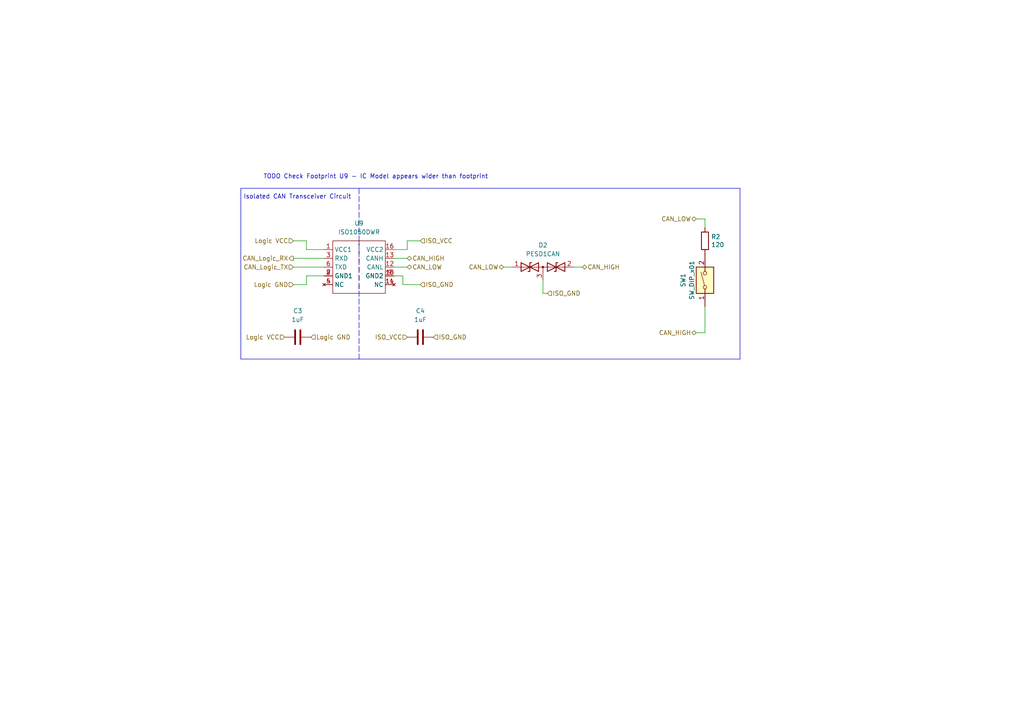
<source format=kicad_sch>
(kicad_sch
	(version 20250114)
	(generator "eeschema")
	(generator_version "9.0")
	(uuid "64cfd16e-df4a-4270-a756-25dcca607543")
	(paper "A4")
	(title_block
		(title "BMS Comms Master Board")
		(date "2025-05-21")
		(rev "0.1")
		(company "eChook")
	)
	(lib_symbols
		(symbol "Device:C"
			(pin_numbers
				(hide yes)
			)
			(pin_names
				(offset 0.254)
			)
			(exclude_from_sim no)
			(in_bom yes)
			(on_board yes)
			(property "Reference" "C"
				(at 0.635 2.54 0)
				(effects
					(font
						(size 1.27 1.27)
					)
					(justify left)
				)
			)
			(property "Value" "C"
				(at 0.635 -2.54 0)
				(effects
					(font
						(size 1.27 1.27)
					)
					(justify left)
				)
			)
			(property "Footprint" ""
				(at 0.9652 -3.81 0)
				(effects
					(font
						(size 1.27 1.27)
					)
					(hide yes)
				)
			)
			(property "Datasheet" "~"
				(at 0 0 0)
				(effects
					(font
						(size 1.27 1.27)
					)
					(hide yes)
				)
			)
			(property "Description" "Unpolarized capacitor"
				(at 0 0 0)
				(effects
					(font
						(size 1.27 1.27)
					)
					(hide yes)
				)
			)
			(property "ki_keywords" "cap capacitor"
				(at 0 0 0)
				(effects
					(font
						(size 1.27 1.27)
					)
					(hide yes)
				)
			)
			(property "ki_fp_filters" "C_*"
				(at 0 0 0)
				(effects
					(font
						(size 1.27 1.27)
					)
					(hide yes)
				)
			)
			(symbol "C_0_1"
				(polyline
					(pts
						(xy -2.032 0.762) (xy 2.032 0.762)
					)
					(stroke
						(width 0.508)
						(type default)
					)
					(fill
						(type none)
					)
				)
				(polyline
					(pts
						(xy -2.032 -0.762) (xy 2.032 -0.762)
					)
					(stroke
						(width 0.508)
						(type default)
					)
					(fill
						(type none)
					)
				)
			)
			(symbol "C_1_1"
				(pin passive line
					(at 0 3.81 270)
					(length 2.794)
					(name "~"
						(effects
							(font
								(size 1.27 1.27)
							)
						)
					)
					(number "1"
						(effects
							(font
								(size 1.27 1.27)
							)
						)
					)
				)
				(pin passive line
					(at 0 -3.81 90)
					(length 2.794)
					(name "~"
						(effects
							(font
								(size 1.27 1.27)
							)
						)
					)
					(number "2"
						(effects
							(font
								(size 1.27 1.27)
							)
						)
					)
				)
			)
			(embedded_fonts no)
		)
		(symbol "Device:D_TVS_Dual_AAC"
			(pin_names
				(offset 1.016)
				(hide yes)
			)
			(exclude_from_sim no)
			(in_bom yes)
			(on_board yes)
			(property "Reference" "D"
				(at 0 4.445 0)
				(effects
					(font
						(size 1.27 1.27)
					)
				)
			)
			(property "Value" "D_TVS_Dual_AAC"
				(at 0 2.54 0)
				(effects
					(font
						(size 1.27 1.27)
					)
				)
			)
			(property "Footprint" ""
				(at -3.81 0 0)
				(effects
					(font
						(size 1.27 1.27)
					)
					(hide yes)
				)
			)
			(property "Datasheet" "~"
				(at -3.81 0 0)
				(effects
					(font
						(size 1.27 1.27)
					)
					(hide yes)
				)
			)
			(property "Description" "Bidirectional dual transient-voltage-suppression diode, center on pin 3"
				(at 0 0 0)
				(effects
					(font
						(size 1.27 1.27)
					)
					(hide yes)
				)
			)
			(property "ki_keywords" "diode TVS thyrector"
				(at 0 0 0)
				(effects
					(font
						(size 1.27 1.27)
					)
					(hide yes)
				)
			)
			(symbol "D_TVS_Dual_AAC_0_0"
				(polyline
					(pts
						(xy 0 -1.27) (xy 0 0)
					)
					(stroke
						(width 0)
						(type default)
					)
					(fill
						(type none)
					)
				)
			)
			(symbol "D_TVS_Dual_AAC_0_1"
				(polyline
					(pts
						(xy -6.35 1.27) (xy -1.27 -1.27) (xy -1.27 1.27) (xy -6.35 -1.27) (xy -6.35 1.27)
					)
					(stroke
						(width 0.254)
						(type default)
					)
					(fill
						(type none)
					)
				)
				(polyline
					(pts
						(xy -6.35 0) (xy 6.35 0)
					)
					(stroke
						(width 0)
						(type default)
					)
					(fill
						(type none)
					)
				)
				(polyline
					(pts
						(xy -3.302 1.27) (xy -3.81 1.27) (xy -3.81 -1.27) (xy -4.318 -1.27)
					)
					(stroke
						(width 0.254)
						(type default)
					)
					(fill
						(type none)
					)
				)
				(circle
					(center 0 0)
					(radius 0.254)
					(stroke
						(width 0)
						(type default)
					)
					(fill
						(type outline)
					)
				)
				(polyline
					(pts
						(xy 4.318 1.27) (xy 3.81 1.27) (xy 3.81 -1.27) (xy 3.302 -1.27)
					)
					(stroke
						(width 0.254)
						(type default)
					)
					(fill
						(type none)
					)
				)
				(polyline
					(pts
						(xy 6.35 1.27) (xy 1.27 -1.27) (xy 1.27 1.27) (xy 6.35 -1.27) (xy 6.35 1.27)
					)
					(stroke
						(width 0.254)
						(type default)
					)
					(fill
						(type none)
					)
				)
			)
			(symbol "D_TVS_Dual_AAC_1_1"
				(pin passive line
					(at -8.89 0 0)
					(length 2.54)
					(name "A1"
						(effects
							(font
								(size 1.27 1.27)
							)
						)
					)
					(number "1"
						(effects
							(font
								(size 1.27 1.27)
							)
						)
					)
				)
				(pin passive line
					(at 0 -3.81 90)
					(length 2.54)
					(name "common"
						(effects
							(font
								(size 1.27 1.27)
							)
						)
					)
					(number "3"
						(effects
							(font
								(size 1.27 1.27)
							)
						)
					)
				)
				(pin passive line
					(at 8.89 0 180)
					(length 2.54)
					(name "A2"
						(effects
							(font
								(size 1.27 1.27)
							)
						)
					)
					(number "2"
						(effects
							(font
								(size 1.27 1.27)
							)
						)
					)
				)
			)
			(embedded_fonts no)
		)
		(symbol "Device:R"
			(pin_numbers
				(hide yes)
			)
			(pin_names
				(offset 0)
			)
			(exclude_from_sim no)
			(in_bom yes)
			(on_board yes)
			(property "Reference" "R"
				(at 2.032 0 90)
				(effects
					(font
						(size 1.27 1.27)
					)
				)
			)
			(property "Value" "R"
				(at 0 0 90)
				(effects
					(font
						(size 1.27 1.27)
					)
				)
			)
			(property "Footprint" ""
				(at -1.778 0 90)
				(effects
					(font
						(size 1.27 1.27)
					)
					(hide yes)
				)
			)
			(property "Datasheet" "~"
				(at 0 0 0)
				(effects
					(font
						(size 1.27 1.27)
					)
					(hide yes)
				)
			)
			(property "Description" "Resistor"
				(at 0 0 0)
				(effects
					(font
						(size 1.27 1.27)
					)
					(hide yes)
				)
			)
			(property "ki_keywords" "R res resistor"
				(at 0 0 0)
				(effects
					(font
						(size 1.27 1.27)
					)
					(hide yes)
				)
			)
			(property "ki_fp_filters" "R_*"
				(at 0 0 0)
				(effects
					(font
						(size 1.27 1.27)
					)
					(hide yes)
				)
			)
			(symbol "R_0_1"
				(rectangle
					(start -1.016 -2.54)
					(end 1.016 2.54)
					(stroke
						(width 0.254)
						(type default)
					)
					(fill
						(type none)
					)
				)
			)
			(symbol "R_1_1"
				(pin passive line
					(at 0 3.81 270)
					(length 1.27)
					(name "~"
						(effects
							(font
								(size 1.27 1.27)
							)
						)
					)
					(number "1"
						(effects
							(font
								(size 1.27 1.27)
							)
						)
					)
				)
				(pin passive line
					(at 0 -3.81 90)
					(length 1.27)
					(name "~"
						(effects
							(font
								(size 1.27 1.27)
							)
						)
					)
					(number "2"
						(effects
							(font
								(size 1.27 1.27)
							)
						)
					)
				)
			)
			(embedded_fonts no)
		)
		(symbol "Switch:SW_DIP_x01"
			(pin_names
				(offset 0)
				(hide yes)
			)
			(exclude_from_sim no)
			(in_bom yes)
			(on_board yes)
			(property "Reference" "SW"
				(at 0 3.81 0)
				(effects
					(font
						(size 1.27 1.27)
					)
				)
			)
			(property "Value" "SW_DIP_x01"
				(at 0 -3.81 0)
				(effects
					(font
						(size 1.27 1.27)
					)
				)
			)
			(property "Footprint" ""
				(at 0 0 0)
				(effects
					(font
						(size 1.27 1.27)
					)
					(hide yes)
				)
			)
			(property "Datasheet" "~"
				(at 0 0 0)
				(effects
					(font
						(size 1.27 1.27)
					)
					(hide yes)
				)
			)
			(property "Description" "1x DIP Switch, Single Pole Single Throw (SPST) switch, small symbol"
				(at 0 0 0)
				(effects
					(font
						(size 1.27 1.27)
					)
					(hide yes)
				)
			)
			(property "ki_keywords" "dip switch"
				(at 0 0 0)
				(effects
					(font
						(size 1.27 1.27)
					)
					(hide yes)
				)
			)
			(property "ki_fp_filters" "SW?DIP?x1*"
				(at 0 0 0)
				(effects
					(font
						(size 1.27 1.27)
					)
					(hide yes)
				)
			)
			(symbol "SW_DIP_x01_0_0"
				(circle
					(center -2.032 0)
					(radius 0.508)
					(stroke
						(width 0)
						(type default)
					)
					(fill
						(type none)
					)
				)
				(polyline
					(pts
						(xy -1.524 0.127) (xy 2.3622 1.1684)
					)
					(stroke
						(width 0)
						(type default)
					)
					(fill
						(type none)
					)
				)
				(circle
					(center 2.032 0)
					(radius 0.508)
					(stroke
						(width 0)
						(type default)
					)
					(fill
						(type none)
					)
				)
			)
			(symbol "SW_DIP_x01_0_1"
				(rectangle
					(start -3.81 2.54)
					(end 3.81 -2.54)
					(stroke
						(width 0.254)
						(type default)
					)
					(fill
						(type background)
					)
				)
			)
			(symbol "SW_DIP_x01_1_1"
				(pin passive line
					(at -7.62 0 0)
					(length 5.08)
					(name "~"
						(effects
							(font
								(size 1.27 1.27)
							)
						)
					)
					(number "1"
						(effects
							(font
								(size 1.27 1.27)
							)
						)
					)
				)
				(pin passive line
					(at 7.62 0 180)
					(length 5.08)
					(name "~"
						(effects
							(font
								(size 1.27 1.27)
							)
						)
					)
					(number "2"
						(effects
							(font
								(size 1.27 1.27)
							)
						)
					)
				)
			)
			(embedded_fonts no)
		)
		(symbol "user:ISO1050DWR"
			(exclude_from_sim no)
			(in_bom yes)
			(on_board yes)
			(property "Reference" "U"
				(at -6.35 6.35 0)
				(effects
					(font
						(size 1.27 1.27)
					)
				)
			)
			(property "Value" "ISO1050DWR"
				(at 2.54 6.35 0)
				(effects
					(font
						(size 1.27 1.27)
					)
				)
			)
			(property "Footprint" "Package_SO:SOP-16_4.55x10.3mm_P1.27mm"
				(at 0 -12.192 0)
				(effects
					(font
						(size 1.27 1.27)
						(italic yes)
					)
					(hide yes)
				)
			)
			(property "Datasheet" "https://www.ti.com/lit/ds/symlink/iso1050.pdf"
				(at -1.27 10.668 0)
				(effects
					(font
						(size 1.27 1.27)
					)
					(hide yes)
				)
			)
			(property "Description" "Isolated CAN Transceiver, SOP-16"
				(at -1.524 8.636 0)
				(effects
					(font
						(size 1.27 1.27)
					)
					(hide yes)
				)
			)
			(property "ki_keywords" "CAN Isolated"
				(at 0 0 0)
				(effects
					(font
						(size 1.27 1.27)
					)
					(hide yes)
				)
			)
			(property "ki_fp_filters" "SOP*6.62x9.15mm*P2.54mm*"
				(at 0 0 0)
				(effects
					(font
						(size 1.27 1.27)
					)
					(hide yes)
				)
			)
			(symbol "ISO1050DWR_0_1"
				(polyline
					(pts
						(xy 0 5.08) (xy 0 3.81)
					)
					(stroke
						(width 0)
						(type default)
					)
					(fill
						(type none)
					)
				)
				(polyline
					(pts
						(xy 0 2.54) (xy 0 1.27)
					)
					(stroke
						(width 0)
						(type default)
					)
					(fill
						(type none)
					)
				)
				(polyline
					(pts
						(xy 0 0) (xy 0 -1.27)
					)
					(stroke
						(width 0)
						(type default)
					)
					(fill
						(type none)
					)
				)
				(polyline
					(pts
						(xy 0 -2.54) (xy 0 -3.81)
					)
					(stroke
						(width 0)
						(type default)
					)
					(fill
						(type none)
					)
				)
				(polyline
					(pts
						(xy 0 -5.08) (xy 0 -6.35)
					)
					(stroke
						(width 0)
						(type default)
					)
					(fill
						(type none)
					)
				)
				(polyline
					(pts
						(xy 0 -7.62) (xy 0 -8.89)
					)
					(stroke
						(width 0)
						(type default)
					)
					(fill
						(type none)
					)
				)
			)
			(symbol "ISO1050DWR_1_1"
				(rectangle
					(start -7.62 5.08)
					(end 7.62 -10.16)
					(stroke
						(width 0)
						(type default)
					)
					(fill
						(type none)
					)
				)
				(pin power_in line
					(at -10.16 2.54 0)
					(length 2.54)
					(name "VCC1"
						(effects
							(font
								(size 1.27 1.27)
							)
						)
					)
					(number "1"
						(effects
							(font
								(size 1.27 1.27)
							)
						)
					)
				)
				(pin output line
					(at -10.16 0 0)
					(length 2.54)
					(name "RXD"
						(effects
							(font
								(size 1.27 1.27)
							)
						)
					)
					(number "3"
						(effects
							(font
								(size 1.27 1.27)
							)
						)
					)
				)
				(pin input line
					(at -10.16 -2.54 0)
					(length 2.54)
					(name "TXD"
						(effects
							(font
								(size 1.27 1.27)
							)
						)
					)
					(number "6"
						(effects
							(font
								(size 1.27 1.27)
							)
						)
					)
				)
				(pin power_in line
					(at -10.16 -5.08 0)
					(length 2.54)
					(name "GND1"
						(effects
							(font
								(size 1.27 1.27)
							)
						)
					)
					(number "2"
						(effects
							(font
								(size 1.27 1.27)
							)
						)
					)
				)
				(pin power_in line
					(at -10.16 -5.08 0)
					(length 2.54)
					(name "GND1"
						(effects
							(font
								(size 1.27 1.27)
							)
						)
					)
					(number "7"
						(effects
							(font
								(size 1.27 1.27)
							)
						)
					)
				)
				(pin power_in line
					(at -10.16 -5.08 0)
					(length 2.54)
					(name "GND1"
						(effects
							(font
								(size 1.27 1.27)
							)
						)
					)
					(number "8"
						(effects
							(font
								(size 1.27 1.27)
							)
						)
					)
				)
				(pin no_connect line
					(at -10.16 -7.62 0)
					(length 2.54)
					(name "NC"
						(effects
							(font
								(size 1.27 1.27)
							)
						)
					)
					(number "4"
						(effects
							(font
								(size 1.27 1.27)
							)
						)
					)
				)
				(pin no_connect line
					(at -10.16 -7.62 0)
					(length 2.54)
					(name "NC"
						(effects
							(font
								(size 1.27 1.27)
							)
						)
					)
					(number "5"
						(effects
							(font
								(size 1.27 1.27)
							)
						)
					)
				)
				(pin power_in line
					(at 10.16 2.54 180)
					(length 2.54)
					(name "VCC2"
						(effects
							(font
								(size 1.27 1.27)
							)
						)
					)
					(number "16"
						(effects
							(font
								(size 1.27 1.27)
							)
						)
					)
				)
				(pin bidirectional line
					(at 10.16 0 180)
					(length 2.54)
					(name "CANH"
						(effects
							(font
								(size 1.27 1.27)
							)
						)
					)
					(number "13"
						(effects
							(font
								(size 1.27 1.27)
							)
						)
					)
				)
				(pin bidirectional line
					(at 10.16 -2.54 180)
					(length 2.54)
					(name "CANL"
						(effects
							(font
								(size 1.27 1.27)
							)
						)
					)
					(number "12"
						(effects
							(font
								(size 1.27 1.27)
							)
						)
					)
				)
				(pin power_in line
					(at 10.16 -5.08 180)
					(length 2.54)
					(name "GND2"
						(effects
							(font
								(size 1.27 1.27)
							)
						)
					)
					(number "10"
						(effects
							(font
								(size 1.27 1.27)
							)
						)
					)
				)
				(pin power_in line
					(at 10.16 -5.08 180)
					(length 2.54)
					(name "GND2"
						(effects
							(font
								(size 1.27 1.27)
							)
						)
					)
					(number "15"
						(effects
							(font
								(size 1.27 1.27)
							)
						)
					)
				)
				(pin power_in line
					(at 10.16 -5.08 180)
					(length 2.54)
					(name "GND2"
						(effects
							(font
								(size 1.27 1.27)
							)
						)
					)
					(number "9"
						(effects
							(font
								(size 1.27 1.27)
							)
						)
					)
				)
				(pin no_connect line
					(at 10.16 -7.62 180)
					(length 2.54)
					(name "NC"
						(effects
							(font
								(size 1.27 1.27)
							)
						)
					)
					(number "11"
						(effects
							(font
								(size 1.27 1.27)
							)
						)
					)
				)
				(pin no_connect line
					(at 10.16 -7.62 180)
					(length 2.54)
					(name "NC"
						(effects
							(font
								(size 1.27 1.27)
							)
						)
					)
					(number "14"
						(effects
							(font
								(size 1.27 1.27)
							)
						)
					)
				)
			)
			(embedded_fonts no)
		)
	)
	(text "TODO Check Footprint U9 - IC Model appears wider than footprint"
		(exclude_from_sim no)
		(at 108.966 51.308 0)
		(effects
			(font
				(size 1.27 1.27)
			)
		)
		(uuid "4977665e-1eb1-4dc4-a9b8-d16dcc3bc9c0")
	)
	(text "Isolated CAN Transceiver Circuit"
		(exclude_from_sim no)
		(at 70.612 57.912 0)
		(effects
			(font
				(size 1.27 1.27)
			)
			(justify left bottom)
		)
		(uuid "6570feb2-c783-4ea3-b623-5f25254137de")
	)
	(wire
		(pts
			(xy 121.92 82.55) (xy 116.84 82.55)
		)
		(stroke
			(width 0)
			(type default)
		)
		(uuid "07ec0f8e-adb5-46b0-977e-757a7fda0bbb")
	)
	(polyline
		(pts
			(xy 69.85 54.61) (xy 214.63 54.61)
		)
		(stroke
			(width 0)
			(type default)
		)
		(uuid "1c849129-7deb-4e80-b983-e23a91e66bc0")
	)
	(wire
		(pts
			(xy 118.11 69.85) (xy 121.92 69.85)
		)
		(stroke
			(width 0)
			(type default)
		)
		(uuid "2f5d539b-e3ac-44e1-a27a-eee44ab63f74")
	)
	(wire
		(pts
			(xy 158.75 85.09) (xy 157.48 85.09)
		)
		(stroke
			(width 0)
			(type default)
		)
		(uuid "3367d3c9-28dd-4080-9492-7a7e5a76ea69")
	)
	(wire
		(pts
			(xy 157.48 85.09) (xy 157.48 81.28)
		)
		(stroke
			(width 0)
			(type default)
		)
		(uuid "39e83974-1aff-4cdd-ae9f-3a8cc4e7a120")
	)
	(wire
		(pts
			(xy 204.47 88.9) (xy 204.47 96.52)
		)
		(stroke
			(width 0)
			(type default)
		)
		(uuid "40d3447e-e885-4056-a426-1186b4bf90e3")
	)
	(polyline
		(pts
			(xy 214.63 104.14) (xy 69.85 104.14)
		)
		(stroke
			(width 0)
			(type default)
		)
		(uuid "53048613-8782-4279-b261-a446ad2ecd15")
	)
	(wire
		(pts
			(xy 114.3 77.47) (xy 118.11 77.47)
		)
		(stroke
			(width 0)
			(type default)
		)
		(uuid "53f2a9eb-d74c-4e93-ba29-040d269b5902")
	)
	(wire
		(pts
			(xy 201.93 96.52) (xy 204.47 96.52)
		)
		(stroke
			(width 0)
			(type default)
		)
		(uuid "54b4533a-9ac8-4012-99c8-9d50c26a365f")
	)
	(wire
		(pts
			(xy 114.3 74.93) (xy 118.11 74.93)
		)
		(stroke
			(width 0)
			(type default)
		)
		(uuid "596a13ee-2cf8-484a-8c65-c3e26824ce9b")
	)
	(wire
		(pts
			(xy 166.37 77.47) (xy 168.91 77.47)
		)
		(stroke
			(width 0)
			(type default)
		)
		(uuid "5dc78f2a-82a0-48fa-89b1-a763565b6e71")
	)
	(wire
		(pts
			(xy 118.11 69.85) (xy 118.11 72.39)
		)
		(stroke
			(width 0)
			(type default)
		)
		(uuid "65d7ab42-cf8a-4d3d-8f19-473bf8341f74")
	)
	(wire
		(pts
			(xy 146.05 77.47) (xy 148.59 77.47)
		)
		(stroke
			(width 0)
			(type default)
		)
		(uuid "7c737a37-1668-49a6-8cc8-d0b4c5add3a0")
	)
	(wire
		(pts
			(xy 116.84 80.01) (xy 116.84 82.55)
		)
		(stroke
			(width 0)
			(type default)
		)
		(uuid "8d979ebf-3c29-4e32-97c6-44c8a791f9a9")
	)
	(wire
		(pts
			(xy 204.47 63.5) (xy 204.47 66.04)
		)
		(stroke
			(width 0)
			(type default)
		)
		(uuid "908cf097-cb19-4df7-9515-e8e4ae86bab3")
	)
	(wire
		(pts
			(xy 88.9 72.39) (xy 93.98 72.39)
		)
		(stroke
			(width 0)
			(type default)
		)
		(uuid "9d72679d-211a-4982-be7b-dbd714fd42d9")
	)
	(wire
		(pts
			(xy 88.9 80.01) (xy 93.98 80.01)
		)
		(stroke
			(width 0)
			(type default)
		)
		(uuid "a0d49e4c-49c8-45d0-8889-e592bcf1833d")
	)
	(polyline
		(pts
			(xy 104.14 54.61) (xy 104.14 104.14)
		)
		(stroke
			(width 0)
			(type dash)
		)
		(uuid "b798aa98-30c3-4c54-a4b8-2859f6bae374")
	)
	(wire
		(pts
			(xy 85.09 69.85) (xy 88.9 69.85)
		)
		(stroke
			(width 0)
			(type default)
		)
		(uuid "b9d375f4-ad07-4131-8f75-1eeb66c9f37e")
	)
	(wire
		(pts
			(xy 85.09 74.93) (xy 93.98 74.93)
		)
		(stroke
			(width 0)
			(type default)
		)
		(uuid "beb2a1a5-6703-4205-b8b9-9b6a10f39d4c")
	)
	(wire
		(pts
			(xy 85.09 77.47) (xy 93.98 77.47)
		)
		(stroke
			(width 0)
			(type default)
		)
		(uuid "c151834f-6d39-4f67-afa1-9a07ffb7c17a")
	)
	(wire
		(pts
			(xy 88.9 82.55) (xy 88.9 80.01)
		)
		(stroke
			(width 0)
			(type default)
		)
		(uuid "cda10dc0-c2c4-4aab-b073-fd7c1e31de27")
	)
	(polyline
		(pts
			(xy 214.63 54.61) (xy 214.63 104.14)
		)
		(stroke
			(width 0)
			(type default)
		)
		(uuid "ce7eda9d-43bd-47a8-805f-cf8b5dfc3a82")
	)
	(wire
		(pts
			(xy 116.84 80.01) (xy 114.3 80.01)
		)
		(stroke
			(width 0)
			(type default)
		)
		(uuid "cf5823db-5f77-453f-9c11-e6a1f1396efb")
	)
	(polyline
		(pts
			(xy 69.85 54.61) (xy 69.85 104.14)
		)
		(stroke
			(width 0)
			(type default)
		)
		(uuid "d41d4a26-46ba-4897-85d2-11f1a39871bd")
	)
	(wire
		(pts
			(xy 201.93 63.5) (xy 204.47 63.5)
		)
		(stroke
			(width 0)
			(type default)
		)
		(uuid "e429b3f3-c966-4e06-9ebf-0412d18d0696")
	)
	(wire
		(pts
			(xy 88.9 69.85) (xy 88.9 72.39)
		)
		(stroke
			(width 0)
			(type default)
		)
		(uuid "e48fa850-c422-4243-9936-2cd9129c520e")
	)
	(wire
		(pts
			(xy 85.09 82.55) (xy 88.9 82.55)
		)
		(stroke
			(width 0)
			(type default)
		)
		(uuid "e5353f99-ac75-47e7-9a0e-57ec554f1380")
	)
	(wire
		(pts
			(xy 118.11 72.39) (xy 114.3 72.39)
		)
		(stroke
			(width 0)
			(type default)
		)
		(uuid "e8e11bf5-53cb-4fb8-989f-b5ecea057003")
	)
	(hierarchical_label "Logic VCC"
		(shape input)
		(at 82.55 97.79 180)
		(effects
			(font
				(size 1.27 1.27)
			)
			(justify right)
		)
		(uuid "075a3f84-9229-478a-b627-3e9921be9529")
	)
	(hierarchical_label "Logic GND"
		(shape input)
		(at 85.09 82.55 180)
		(effects
			(font
				(size 1.27 1.27)
			)
			(justify right)
		)
		(uuid "10201d8e-d7fe-4a56-9e49-46d502bd4f76")
	)
	(hierarchical_label "CAN_HIGH"
		(shape bidirectional)
		(at 168.91 77.47 0)
		(effects
			(font
				(size 1.27 1.27)
			)
			(justify left)
		)
		(uuid "11910289-0d45-44ed-83d9-fe13721c8aeb")
	)
	(hierarchical_label "CAN_LOW"
		(shape bidirectional)
		(at 146.05 77.47 180)
		(effects
			(font
				(size 1.27 1.27)
			)
			(justify right)
		)
		(uuid "2e008e6e-4ef4-41a8-b2b0-283546b53ca8")
	)
	(hierarchical_label "CAN_HIGH"
		(shape bidirectional)
		(at 201.93 96.52 180)
		(effects
			(font
				(size 1.27 1.27)
			)
			(justify right)
		)
		(uuid "3319dbbf-72ab-4e33-8e74-8da83a51c244")
	)
	(hierarchical_label "Logic VCC"
		(shape input)
		(at 85.09 69.85 180)
		(effects
			(font
				(size 1.27 1.27)
			)
			(justify right)
		)
		(uuid "43a696d9-6dca-48ee-8865-cd62d4404166")
	)
	(hierarchical_label "CAN_LOW"
		(shape bidirectional)
		(at 201.93 63.5 180)
		(effects
			(font
				(size 1.27 1.27)
			)
			(justify right)
		)
		(uuid "44cc6ceb-0219-4865-8f5f-dad23e58b30d")
	)
	(hierarchical_label "ISO_GND"
		(shape input)
		(at 158.75 85.09 0)
		(effects
			(font
				(size 1.27 1.27)
			)
			(justify left)
		)
		(uuid "4a5fdb4e-004d-48e6-8a64-5188960f14ec")
	)
	(hierarchical_label "CAN_LOW"
		(shape bidirectional)
		(at 118.11 77.47 0)
		(effects
			(font
				(size 1.27 1.27)
			)
			(justify left)
		)
		(uuid "5a356342-f64b-44ad-8410-2b849cbab535")
	)
	(hierarchical_label "CAN_Logic_TX"
		(shape input)
		(at 85.09 77.47 180)
		(effects
			(font
				(size 1.27 1.27)
			)
			(justify right)
		)
		(uuid "5e1f10c3-c06f-403a-9ec1-ad133dadc036")
	)
	(hierarchical_label "ISO_GND"
		(shape input)
		(at 121.92 82.55 0)
		(effects
			(font
				(size 1.27 1.27)
			)
			(justify left)
		)
		(uuid "6983b8f2-bc1d-4e0c-810b-0540d7360fe9")
	)
	(hierarchical_label "ISO_VCC"
		(shape input)
		(at 121.92 69.85 0)
		(effects
			(font
				(size 1.27 1.27)
			)
			(justify left)
		)
		(uuid "91b6d92f-549d-4cd5-be2d-7072809a85a4")
	)
	(hierarchical_label "ISO_VCC"
		(shape input)
		(at 118.11 97.79 180)
		(effects
			(font
				(size 1.27 1.27)
			)
			(justify right)
		)
		(uuid "95a0feea-1e0c-4cb8-bfd2-781cf195b52c")
	)
	(hierarchical_label "ISO_GND"
		(shape input)
		(at 125.73 97.79 0)
		(effects
			(font
				(size 1.27 1.27)
			)
			(justify left)
		)
		(uuid "95ad46fe-5ca4-4ad4-a332-455c78563341")
	)
	(hierarchical_label "Logic GND"
		(shape input)
		(at 90.17 97.79 0)
		(effects
			(font
				(size 1.27 1.27)
			)
			(justify left)
		)
		(uuid "b556e78a-6162-42bd-8c2f-36f811be3c20")
	)
	(hierarchical_label "CAN_Logic_RX"
		(shape output)
		(at 85.09 74.93 180)
		(effects
			(font
				(size 1.27 1.27)
			)
			(justify right)
		)
		(uuid "c3079eea-ec18-4370-9b7c-4a8408c3d799")
	)
	(hierarchical_label "CAN_HIGH"
		(shape bidirectional)
		(at 118.11 74.93 0)
		(effects
			(font
				(size 1.27 1.27)
			)
			(justify left)
		)
		(uuid "ea82669a-cd14-44b7-80e9-d02cc328dca3")
	)
	(symbol
		(lib_id "Device:D_TVS_Dual_AAC")
		(at 157.48 77.47 0)
		(unit 1)
		(exclude_from_sim no)
		(in_bom yes)
		(on_board yes)
		(dnp no)
		(fields_autoplaced yes)
		(uuid "0a4bcc73-12bc-4c4d-865c-7afdbb5251a4")
		(property "Reference" "D2"
			(at 157.48 71.12 0)
			(effects
				(font
					(size 1.27 1.27)
				)
			)
		)
		(property "Value" "PESD1CAN"
			(at 157.48 73.66 0)
			(effects
				(font
					(size 1.27 1.27)
				)
			)
		)
		(property "Footprint" "Package_TO_SOT_SMD:SOT-23"
			(at 153.67 77.47 0)
			(effects
				(font
					(size 1.27 1.27)
				)
				(hide yes)
			)
		)
		(property "Datasheet" "https://www.lcsc.com/datasheet/lcsc_datasheet_2410121734_Nexperia-PESD1CAN-215_C15771.pdf"
			(at 153.67 77.47 0)
			(effects
				(font
					(size 1.27 1.27)
				)
				(hide yes)
			)
		)
		(property "Description" "Bidirectional dual transient-voltage-suppression diode, center on pin 3"
			(at 157.48 77.47 0)
			(effects
				(font
					(size 1.27 1.27)
				)
				(hide yes)
			)
		)
		(property "Manufacturer" "Nexperia"
			(at 157.48 77.47 0)
			(effects
				(font
					(size 1.27 1.27)
				)
				(hide yes)
			)
		)
		(property "LCSC" "C15771"
			(at 157.48 77.47 0)
			(effects
				(font
					(size 1.27 1.27)
				)
				(hide yes)
			)
		)
		(pin "2"
			(uuid "a1fd9bf9-5e05-4488-9724-52be44618b59")
		)
		(pin "3"
			(uuid "353253ec-00ef-435d-b73e-19ee109b3c9b")
		)
		(pin "1"
			(uuid "0a77e299-5249-4952-816a-042fb7992160")
		)
		(instances
			(project "BMS"
				(path "/d7e219ab-f530-45f5-8a23-0e6b6d2e3e0f/aff9ba91-cad3-4d4c-9149-201fa529c26c"
					(reference "D2")
					(unit 1)
				)
			)
		)
	)
	(symbol
		(lib_id "Switch:SW_DIP_x01")
		(at 204.47 81.28 90)
		(unit 1)
		(exclude_from_sim no)
		(in_bom yes)
		(on_board yes)
		(dnp no)
		(fields_autoplaced yes)
		(uuid "4688896c-43e2-4ae9-8185-9e9cd72bc6b6")
		(property "Reference" "SW1"
			(at 198.12 81.28 0)
			(effects
				(font
					(size 1.27 1.27)
				)
			)
		)
		(property "Value" "SW_DIP_x01"
			(at 200.66 81.28 0)
			(effects
				(font
					(size 1.27 1.27)
				)
			)
		)
		(property "Footprint" "Button_Switch_SMD:SW_DIP_SPSTx01_Slide_Copal_CHS-01B_W7.62mm_P1.27mm"
			(at 204.47 81.28 0)
			(effects
				(font
					(size 1.27 1.27)
				)
				(hide yes)
			)
		)
		(property "Datasheet" "~"
			(at 204.47 81.28 0)
			(effects
				(font
					(size 1.27 1.27)
				)
				(hide yes)
			)
		)
		(property "Description" ""
			(at 204.47 81.28 0)
			(effects
				(font
					(size 1.27 1.27)
				)
				(hide yes)
			)
		)
		(property "LCSC" "C5160893"
			(at 204.47 81.28 0)
			(effects
				(font
					(size 1.27 1.27)
				)
				(hide yes)
			)
		)
		(pin "1"
			(uuid "2dc5efe1-d3ed-4610-b128-b1a9fad365c4")
		)
		(pin "2"
			(uuid "d531f6f0-1071-4e39-bfb4-ae2796e0bc46")
		)
		(instances
			(project "BMS"
				(path "/d7e219ab-f530-45f5-8a23-0e6b6d2e3e0f/aff9ba91-cad3-4d4c-9149-201fa529c26c"
					(reference "SW1")
					(unit 1)
				)
			)
		)
	)
	(symbol
		(lib_id "Device:C")
		(at 121.92 97.79 270)
		(unit 1)
		(exclude_from_sim no)
		(in_bom yes)
		(on_board yes)
		(dnp no)
		(fields_autoplaced yes)
		(uuid "46a26a8b-f51e-449e-a215-795fe4998dc3")
		(property "Reference" "C4"
			(at 121.92 90.17 90)
			(effects
				(font
					(size 1.27 1.27)
				)
			)
		)
		(property "Value" "1uF"
			(at 121.92 92.71 90)
			(effects
				(font
					(size 1.27 1.27)
				)
			)
		)
		(property "Footprint" "Capacitor_SMD:C_0603_1608Metric"
			(at 118.11 98.7552 0)
			(effects
				(font
					(size 1.27 1.27)
				)
				(hide yes)
			)
		)
		(property "Datasheet" "~"
			(at 121.92 97.79 0)
			(effects
				(font
					(size 1.27 1.27)
				)
				(hide yes)
			)
		)
		(property "Description" ""
			(at 121.92 97.79 0)
			(effects
				(font
					(size 1.27 1.27)
				)
				(hide yes)
			)
		)
		(property "LCSC" "C15849"
			(at 121.92 97.79 0)
			(effects
				(font
					(size 1.27 1.27)
				)
				(hide yes)
			)
		)
		(pin "1"
			(uuid "3105a564-0243-4d3a-b37a-39500d933a0c")
		)
		(pin "2"
			(uuid "2e7ba0b0-8087-4c2c-a72d-ca6c80510f89")
		)
		(instances
			(project "BMS"
				(path "/d7e219ab-f530-45f5-8a23-0e6b6d2e3e0f/aff9ba91-cad3-4d4c-9149-201fa529c26c"
					(reference "C4")
					(unit 1)
				)
			)
		)
	)
	(symbol
		(lib_id "Device:C")
		(at 86.36 97.79 270)
		(unit 1)
		(exclude_from_sim no)
		(in_bom yes)
		(on_board yes)
		(dnp no)
		(fields_autoplaced yes)
		(uuid "b3511082-ad40-41fb-8e43-8b773116399a")
		(property "Reference" "C3"
			(at 86.36 90.17 90)
			(effects
				(font
					(size 1.27 1.27)
				)
			)
		)
		(property "Value" "1uF"
			(at 86.36 92.71 90)
			(effects
				(font
					(size 1.27 1.27)
				)
			)
		)
		(property "Footprint" "Capacitor_SMD:C_0603_1608Metric"
			(at 82.55 98.7552 0)
			(effects
				(font
					(size 1.27 1.27)
				)
				(hide yes)
			)
		)
		(property "Datasheet" "~"
			(at 86.36 97.79 0)
			(effects
				(font
					(size 1.27 1.27)
				)
				(hide yes)
			)
		)
		(property "Description" ""
			(at 86.36 97.79 0)
			(effects
				(font
					(size 1.27 1.27)
				)
				(hide yes)
			)
		)
		(property "LCSC" "C15849"
			(at 86.36 97.79 0)
			(effects
				(font
					(size 1.27 1.27)
				)
				(hide yes)
			)
		)
		(pin "1"
			(uuid "90f39cb6-b6d1-4fd7-a186-aab768685ac1")
		)
		(pin "2"
			(uuid "14cdb01b-e883-4e80-b3a4-ff311cb95e5b")
		)
		(instances
			(project "BMS"
				(path "/d7e219ab-f530-45f5-8a23-0e6b6d2e3e0f/aff9ba91-cad3-4d4c-9149-201fa529c26c"
					(reference "C3")
					(unit 1)
				)
			)
		)
	)
	(symbol
		(lib_id "Device:R")
		(at 204.47 69.85 0)
		(unit 1)
		(exclude_from_sim no)
		(in_bom yes)
		(on_board yes)
		(dnp no)
		(uuid "cf278756-e6cc-4c4c-8964-2890a5f93896")
		(property "Reference" "R2"
			(at 206.248 68.6816 0)
			(effects
				(font
					(size 1.27 1.27)
				)
				(justify left)
			)
		)
		(property "Value" "120"
			(at 206.248 70.993 0)
			(effects
				(font
					(size 1.27 1.27)
				)
				(justify left)
			)
		)
		(property "Footprint" "Resistor_SMD:R_0603_1608Metric"
			(at 202.692 69.85 90)
			(effects
				(font
					(size 1.27 1.27)
				)
				(hide yes)
			)
		)
		(property "Datasheet" "~"
			(at 204.47 69.85 0)
			(effects
				(font
					(size 1.27 1.27)
				)
				(hide yes)
			)
		)
		(property "Description" ""
			(at 204.47 69.85 0)
			(effects
				(font
					(size 1.27 1.27)
				)
				(hide yes)
			)
		)
		(property "LCSC" ""
			(at 204.47 69.85 0)
			(effects
				(font
					(size 1.27 1.27)
				)
				(hide yes)
			)
		)
		(pin "1"
			(uuid "09b1eb6a-be9a-4ab5-9f72-26b4048d4ab7")
		)
		(pin "2"
			(uuid "6d4a5306-3ff8-47af-89fd-083a57a16d09")
		)
		(instances
			(project "BMS"
				(path "/d7e219ab-f530-45f5-8a23-0e6b6d2e3e0f/aff9ba91-cad3-4d4c-9149-201fa529c26c"
					(reference "R2")
					(unit 1)
				)
			)
		)
	)
	(symbol
		(lib_id "user:ISO1050DWR")
		(at 104.14 74.93 0)
		(unit 1)
		(exclude_from_sim no)
		(in_bom yes)
		(on_board yes)
		(dnp no)
		(fields_autoplaced yes)
		(uuid "ef539c47-daab-4639-85a9-ed230abaf289")
		(property "Reference" "U9"
			(at 104.14 64.77 0)
			(effects
				(font
					(size 1.27 1.27)
				)
			)
		)
		(property "Value" "ISO1050DWR"
			(at 104.14 67.31 0)
			(effects
				(font
					(size 1.27 1.27)
				)
			)
		)
		(property "Footprint" "Package_SO:SOP-16_4.55x10.3mm_P1.27mm"
			(at 104.14 87.122 0)
			(effects
				(font
					(size 1.27 1.27)
					(italic yes)
				)
				(hide yes)
			)
		)
		(property "Datasheet" "https://www.ti.com/lit/ds/symlink/iso1050.pdf"
			(at 102.87 64.262 0)
			(effects
				(font
					(size 1.27 1.27)
				)
				(hide yes)
			)
		)
		(property "Description" "Isolated CAN Transceiver, SOP-16"
			(at 102.616 66.294 0)
			(effects
				(font
					(size 1.27 1.27)
				)
				(hide yes)
			)
		)
		(property "LCSC" "C93718"
			(at 104.14 74.93 0)
			(effects
				(font
					(size 1.27 1.27)
				)
				(hide yes)
			)
		)
		(pin "14"
			(uuid "68f0f5e0-2015-494b-bba4-6a84fd1ab517")
		)
		(pin "15"
			(uuid "eeba97ab-1382-4191-9716-e5f8e0747584")
		)
		(pin "9"
			(uuid "0c483812-c27e-45ed-a84f-a767b47be404")
		)
		(pin "11"
			(uuid "3092ba83-9d17-4de7-9843-f26a0ba490d7")
		)
		(pin "10"
			(uuid "44701cff-c3f7-4195-895e-c83f4d88ed33")
		)
		(pin "6"
			(uuid "500d4972-6ef3-4d43-a222-78bc2b232995")
		)
		(pin "5"
			(uuid "51a379b7-a187-464c-9374-52636d63dd1e")
		)
		(pin "12"
			(uuid "e4e218e2-f6ec-4ccb-946e-a329035af20e")
		)
		(pin "1"
			(uuid "609dc0f7-8f3f-4630-b4a1-aab6e581b54c")
		)
		(pin "3"
			(uuid "41ecbbf7-f693-4433-b207-9c48a998b3c2")
		)
		(pin "2"
			(uuid "644f75a0-16e7-440e-a0b8-53279ed33b0b")
		)
		(pin "4"
			(uuid "93b03642-01d4-4803-b9fa-3fc826f5a897")
		)
		(pin "7"
			(uuid "86eca0d2-c475-4f83-ac65-44c3e1f9c95f")
		)
		(pin "8"
			(uuid "f6659ef8-e8e1-41d3-ad41-dd07eb1396d7")
		)
		(pin "16"
			(uuid "6cf4ac99-11e5-4c60-912e-f9b769ca774d")
		)
		(pin "13"
			(uuid "ecbc4091-8ee5-4ccb-83b5-72933f551c11")
		)
		(instances
			(project "BMS"
				(path "/d7e219ab-f530-45f5-8a23-0e6b6d2e3e0f/aff9ba91-cad3-4d4c-9149-201fa529c26c"
					(reference "U9")
					(unit 1)
				)
			)
		)
	)
)

</source>
